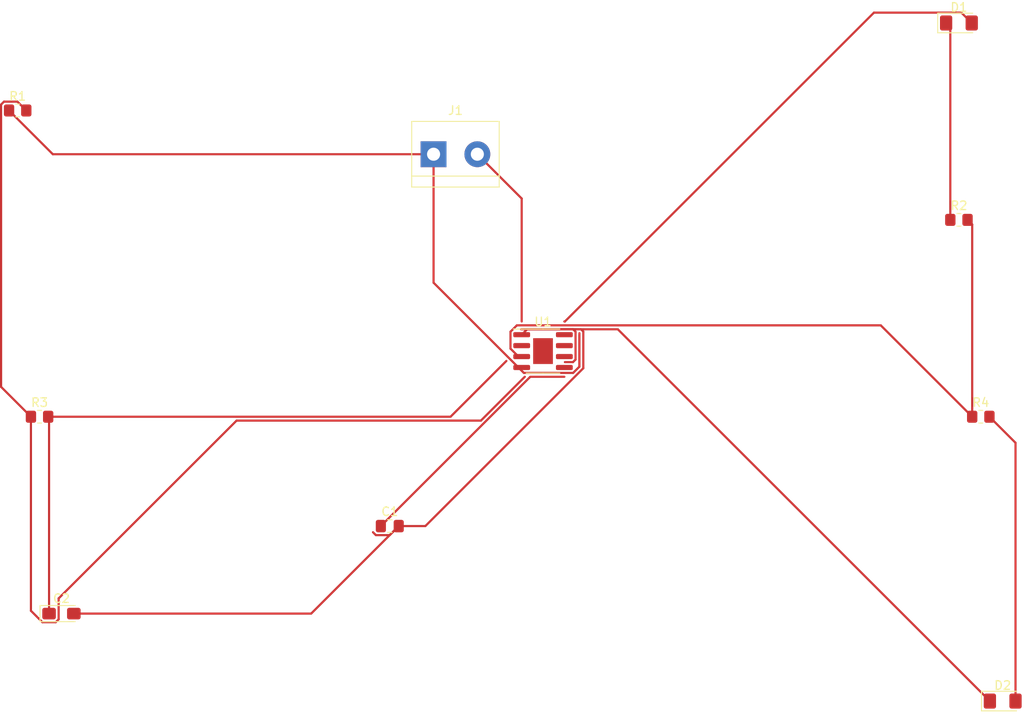
<source format=kicad_pcb>
(kicad_pcb (version 20211014) (generator pcbnew)
  (layers (0 "F.Cu" signal) (31 "B.Cu" signal) (34 "B.Paste" user) (35 "F.Paste" user) (36 "B.SilkS" user "B.Silkscreen") (37 "F.SilkS" user "F.Silkscreen") (38 "B.Mask" user) (39 "F.Mask" user) (44 "Edge.Cuts" user))
  (net 0 "")
  (net 1 "Net-(C1-Pad1)")
  (net 2 "GND")
  (net 3 "/pin_2")
  (net 4 "Net-(D1-Pad1)")
  (net 5 "+9V")
  (net 6 "Net-(D2-Pad2)")
  (net 7 "/pin_7")
  (net 8 "/pin_3")
  (footprint "LED_SMD:LED_1206_3216Metric_Pad1.42x1.75mm_HandSolder" (layer "F.Cu") (at 203.2 127)
    (fp_text reference "D2" (at 0 -1.82) (layer "F.SilkS"))
    (fp_text value "LED")
    (fp_line (start -2.46 -1.135) (end -2.46 1.135) (layer "F.SilkS") (width 0.12))
    (fp_line (start -2.46 1.135) (end 1.6 1.135) (layer "F.SilkS") (width 0.12))
    (fp_line (start 1.6 -1.135) (end -2.46 -1.135) (layer "F.SilkS") (width 0.12))
    (pad "1" smd roundrect (at -1.4875 0) (size 1.425 1.75) (layers "F.Cu" "F.Paste" "F.Mask") (roundrect_rratio 0.175439) (net 2 "GND"))
    (pad "2" smd roundrect (at 1.4875 0) (size 1.425 1.75) (layers "F.Cu" "F.Paste" "F.Mask") (roundrect_rratio 0.175439) (net 6 "Net-(D2-Pad2)"))
  )
  (footprint "Capacitor_SMD:C_0805_2012Metric_Pad1.18x1.45mm_HandSolder" (layer "F.Cu") (at 132.08 106.68)
    (fp_text reference "C1" (at 0 -1.68) (layer "F.SilkS"))
    (fp_text value "0.01 μF")
    (fp_line (start -0.261252 -0.735) (end 0.261252 -0.735) (layer "F.SilkS") (width 0.12))
    (fp_line (start -0.261252 0.735) (end 0.261252 0.735) (layer "F.SilkS") (width 0.12))
    (pad "1" smd roundrect (at -1.0375 0) (size 1.175 1.45) (layers "F.Cu" "F.Paste" "F.Mask") (roundrect_rratio 0.212766) (net 1 "Net-(C1-Pad1)"))
    (pad "2" smd roundrect (at 1.0375 0) (size 1.175 1.45) (layers "F.Cu" "F.Paste" "F.Mask") (roundrect_rratio 0.212766) (net 2 "GND"))
  )
  (footprint "Capacitor_Tantalum_SMD:CP_EIA-3216-18_Kemet-A_Pad1.58x1.35mm_HandSolder" (layer "F.Cu") (at 93.98 116.84)
    (fp_text reference "C2" (at 0 -1.75) (layer "F.SilkS"))
    (fp_text value "10 μF")
    (fp_line (start 1.6 -0.935) (end -2.485 -0.935) (layer "F.SilkS") (width 0.12))
    (fp_line (start -2.485 -0.935) (end -2.485 0.935) (layer "F.SilkS") (width 0.12))
    (fp_line (start -2.485 0.935) (end 1.6 0.935) (layer "F.SilkS") (width 0.12))
    (pad "1" smd roundrect (at -1.4375 0) (size 1.575 1.35) (layers "F.Cu" "F.Paste" "F.Mask") (roundrect_rratio 0.185185) (net 3 "/pin_2"))
    (pad "2" smd roundrect (at 1.4375 0) (size 1.575 1.35) (layers "F.Cu" "F.Paste" "F.Mask") (roundrect_rratio 0.185185) (net 2 "GND"))
  )
  (footprint "Resistor_SMD:R_0805_2012Metric_Pad1.20x1.40mm_HandSolder" (layer "F.Cu") (at 88.9 58.42)
    (fp_text reference "R1" (at 0 -1.65) (layer "F.SilkS"))
    (fp_text value "1k")
    (fp_line (start -0.227064 0.735) (end 0.227064 0.735) (layer "F.SilkS") (width 0.12))
    (fp_line (start -0.227064 -0.735) (end 0.227064 -0.735) (layer "F.SilkS") (width 0.12))
    (pad "1" smd roundrect (at -1 0) (size 1.2 1.4) (layers "F.Cu" "F.Paste" "F.Mask") (roundrect_rratio 0.208333) (net 5 "+9V"))
    (pad "2" smd roundrect (at 1 0) (size 1.2 1.4) (layers "F.Cu" "F.Paste" "F.Mask") (roundrect_rratio 0.208333) (net 7 "/pin_7"))
  )
  (footprint "Resistor_SMD:R_0805_2012Metric_Pad1.20x1.40mm_HandSolder" (layer "F.Cu") (at 198.12 71.12)
    (fp_text reference "R2" (at 0 -1.65) (layer "F.SilkS"))
    (fp_text value "1k")
    (fp_line (start -0.227064 0.735) (end 0.227064 0.735) (layer "F.SilkS") (width 0.12))
    (fp_line (start -0.227064 -0.735) (end 0.227064 -0.735) (layer "F.SilkS") (width 0.12))
    (pad "1" smd roundrect (at -1 0) (size 1.2 1.4) (layers "F.Cu" "F.Paste" "F.Mask") (roundrect_rratio 0.208333) (net 4 "Net-(D1-Pad1)"))
    (pad "2" smd roundrect (at 1 0) (size 1.2 1.4) (layers "F.Cu" "F.Paste" "F.Mask") (roundrect_rratio 0.208333) (net 8 "/pin_3"))
  )
  (footprint "TerminalBlock:TerminalBlock_bornier-2_P5.08mm" (layer "F.Cu") (at 137.16 63.5)
    (fp_text reference "J1" (at 2.54 -5.08) (layer "F.SilkS"))
    (fp_text value "J1")
    (fp_line (start 7.62 2.54) (end -2.54 2.54) (layer "F.SilkS") (width 0.12))
    (fp_line (start -2.54 -3.81) (end -2.54 3.81) (layer "F.SilkS") (width 0.12))
    (fp_line (start -2.54 3.81) (end 7.62 3.81) (layer "F.SilkS") (width 0.12))
    (fp_line (start 7.62 -3.81) (end -2.54 -3.81) (layer "F.SilkS") (width 0.12))
    (fp_line (start 7.62 3.81) (end 7.62 -3.81) (layer "F.SilkS") (width 0.12))
    (pad "1" thru_hole rect (at 0 0) (size 3 3) (drill 1.52) (layers *.Cu *.Mask) (net 5 "+9V"))
    (pad "2" thru_hole circle (at 5.08 0) (size 3 3) (drill 1.52) (layers *.Cu *.Mask) (net 2 "GND"))
  )
  (footprint "Resistor_SMD:R_0805_2012Metric_Pad1.20x1.40mm_HandSolder" (layer "F.Cu") (at 91.44 93.98)
    (fp_text reference "R3" (at 0 -1.65) (layer "F.SilkS"))
    (fp_text value "10k")
    (fp_line (start -0.227064 -0.735) (end 0.227064 -0.735) (layer "F.SilkS") (width 0.12))
    (fp_line (start -0.227064 0.735) (end 0.227064 0.735) (layer "F.SilkS") (width 0.12))
    (pad "1" smd roundrect (at -1 0) (size 1.2 1.4) (layers "F.Cu" "F.Paste" "F.Mask") (roundrect_rratio 0.208333) (net 7 "/pin_7"))
    (pad "2" smd roundrect (at 1 0) (size 1.2 1.4) (layers "F.Cu" "F.Paste" "F.Mask") (roundrect_rratio 0.208333) (net 3 "/pin_2"))
  )
  (footprint "Package_SO:SOIC-8-1EP_3.9x4.9mm_P1.27mm_EP2.29x3mm" (layer "F.Cu") (at 149.86 86.36)
    (fp_text reference "U1" (at 0 -3.4) (layer "F.SilkS"))
    (fp_text value "NE555D")
    (fp_line (start 0 -2.56) (end -3.45 -2.56) (layer "F.SilkS") (width 0.12))
    (fp_line (start 0 -2.56) (end 1.95 -2.56) (layer "F.SilkS") (width 0.12))
    (fp_line (start 0 2.56) (end -1.95 2.56) (layer "F.SilkS") (width 0.12))
    (fp_line (start 0 2.56) (end 1.95 2.56) (layer "F.SilkS") (width 0.12))
    (pad "1" smd roundrect (at -2.475 -1.905) (size 1.95 0.6) (layers "F.Cu" "F.Paste" "F.Mask") (net 2 "GND"))
    (pad "2" smd roundrect (at -2.475 -0.635) (size 1.95 0.6) (layers "F.Cu" "F.Paste" "F.Mask") (net 3 "/pin_2"))
    (pad "3" smd roundrect (at -2.475 0.635) (size 1.95 0.6) (layers "F.Cu" "F.Paste" "F.Mask") (net 8 "/pin_3"))
    (pad "4" smd roundrect (at -2.475 1.905) (size 1.95 0.6) (layers "F.Cu" "F.Paste" "F.Mask") (net 5 "+9V"))
    (pad "5" smd roundrect (at 2.475 1.905) (size 1.95 0.6) (layers "F.Cu" "F.Paste" "F.Mask") (net 1 "Net-(C1-Pad1)"))
    (pad "6" smd roundrect (at 2.475 0.635) (size 1.95 0.6) (layers "F.Cu" "F.Paste" "F.Mask") (net 3 "/pin_2"))
    (pad "7" smd roundrect (at 2.475 -0.635) (size 1.95 0.6) (layers "F.Cu" "F.Paste" "F.Mask") (net 7 "/pin_7"))
    (pad "8" smd roundrect (at 2.475 -1.905) (size 1.95 0.6) (layers "F.Cu" "F.Paste" "F.Mask") (net 5 "+9V"))
    (pad "9" smd rect (at 0 0) (size 2.29 3) (layers "F.Cu" "F.Mask"))
  )
  (footprint "Resistor_SMD:R_0805_2012Metric_Pad1.20x1.40mm_HandSolder" (layer "F.Cu") (at 200.66 93.98)
    (fp_text reference "R4" (at 0 -1.65) (layer "F.SilkS"))
    (fp_text value "1k")
    (fp_line (start -0.227064 0.735) (end 0.227064 0.735) (layer "F.SilkS") (width 0.12))
    (fp_line (start -0.227064 -0.735) (end 0.227064 -0.735) (layer "F.SilkS") (width 0.12))
    (pad "1" smd roundrect (at -1 0) (size 1.2 1.4) (layers "F.Cu" "F.Paste" "F.Mask") (roundrect_rratio 0.208333) (net 8 "/pin_3"))
    (pad "2" smd roundrect (at 1 0) (size 1.2 1.4) (layers "F.Cu" "F.Paste" "F.Mask") (roundrect_rratio 0.208333) (net 6 "Net-(D2-Pad2)"))
  )
  (footprint "LED_SMD:LED_1206_3216Metric_Pad1.42x1.75mm_HandSolder" (layer "F.Cu") (at 198.12 48.26)
    (fp_text reference "D1" (at 0 -1.82) (layer "F.SilkS"))
    (fp_text value "LED")
    (fp_line (start 1.6 -1.135) (end -2.46 -1.135) (layer "F.SilkS") (width 0.12))
    (fp_line (start -2.46 -1.135) (end -2.46 1.135) (layer "F.SilkS") (width 0.12))
    (fp_line (start -2.46 1.135) (end 1.6 1.135) (layer "F.SilkS") (width 0.12))
    (pad "1" smd roundrect (at -1.4875 0) (size 1.425 1.75) (layers "F.Cu" "F.Paste" "F.Mask") (roundrect_rratio 0.175439) (net 4 "Net-(D1-Pad1)"))
    (pad "2" smd roundrect (at 1.4875 0) (size 1.425 1.75) (layers "F.Cu" "F.Paste" "F.Mask") (roundrect_rratio 0.175439) (net 5 "+9V"))
  )
  (segment (start 131.0425 106.68) (end 148.3825 89.34) (width 0.25) (layer "F.Cu") (net 1))
  (segment (start 148.3825 89.34) (end 152.335 89.34) (width 0.25) (layer "F.Cu") (net 1))
  (segment (start 147.32 83.82) (end 153.346751 83.82) (width 0.25) (layer "F.Cu") (net 2))
  (segment (start 153.336751 87.64) (end 152.4 87.64) (width 0.25) (layer "F.Cu") (net 2))
  (segment (start 130.466827 107.73) (end 130.13 107.393173) (width 0.25) (layer "F.Cu") (net 2))
  (segment (start 95.4175 116.84) (end 122.9575 116.84) (width 0.25) (layer "F.Cu") (net 2))
  (segment (start 147.385 68.645) (end 147.385 82.92) (width 0.25) (layer "F.Cu") (net 2))
  (segment (start 154.261396 83.82) (end 147.32 83.82) (width 0.25) (layer "F.Cu") (net 2))
  (segment (start 133.1175 106.68) (end 136.203147 106.68) (width 0.25) (layer "F.Cu") (net 2))
  (segment (start 153.635 87.341751) (end 153.336751 87.64) (width 0.25) (layer "F.Cu") (net 2))
  (segment (start 154.535 88.348147) (end 154.535 84.093604) (width 0.25) (layer "F.Cu") (net 2))
  (segment (start 153.346751 83.82) (end 153.635 84.108249) (width 0.25) (layer "F.Cu") (net 2))
  (segment (start 133.1175 106.68) (end 132.0675 107.73) (width 0.25) (layer "F.Cu") (net 2))
  (segment (start 136.203147 106.68) (end 154.535 88.348147) (width 0.25) (layer "F.Cu") (net 2))
  (segment (start 122.9575 116.84) (end 133.1175 106.68) (width 0.25) (layer "F.Cu") (net 2))
  (segment (start 132.0675 107.73) (end 130.466827 107.73) (width 0.25) (layer "F.Cu") (net 2))
  (segment (start 153.635 84.108249) (end 153.635 87.341751) (width 0.25) (layer "F.Cu") (net 2))
  (segment (start 154.535 84.093604) (end 154.261396 83.82) (width 0.25) (layer "F.Cu") (net 2))
  (segment (start 158.5425 83.83) (end 148.01 83.83) (width 0.25) (layer "F.Cu") (net 2))
  (segment (start 148.01 83.83) (end 147.385 84.455) (width 0.25) (layer "F.Cu") (net 2))
  (segment (start 201.7125 127) (end 158.5425 83.83) (width 0.25) (layer "F.Cu") (net 2))
  (segment (start 142.24 63.5) (end 147.385 68.645) (width 0.25) (layer "F.Cu") (net 2))
  (segment (start 92.5425 94.0825) (end 92.5425 116.84) (width 0.25) (layer "F.Cu") (net 3))
  (segment (start 92.44 93.98) (end 92.5425 94.0825) (width 0.25) (layer "F.Cu") (net 3))
  (segment (start 92.44 93.98) (end 139.13 93.98) (width 0.25) (layer "F.Cu") (net 3))
  (segment (start 139.13 93.98) (end 145.608427 87.501573) (width 0.25) (layer "F.Cu") (net 3))
  (segment (start 196.6325 48.26) (end 197.12 48.7475) (width 0.25) (layer "F.Cu") (net 4))
  (segment (start 197.12 48.7475) (end 197.12 71.12) (width 0.25) (layer "F.Cu") (net 4))
  (segment (start 137.16 78.416751) (end 147.633249 88.89) (width 0.25) (layer "F.Cu") (net 5))
  (segment (start 147.633249 88.89) (end 153.356751 88.89) (width 0.25) (layer "F.Cu") (net 5))
  (segment (start 153.356751 88.89) (end 154.085 88.161751) (width 0.25) (layer "F.Cu") (net 5))
  (segment (start 188.26 47.06) (end 152.4 82.92) (width 0.25) (layer "F.Cu") (net 5))
  (segment (start 152.4 82.92) (end 152.335 82.92) (width 0.25) (layer "F.Cu") (net 5))
  (segment (start 154.085 88.161751) (end 154.085 84.28) (width 0.25) (layer "F.Cu") (net 5))
  (segment (start 137.16 63.5) (end 137.16 78.416751) (width 0.25) (layer "F.Cu") (net 5))
  (segment (start 198.4075 47.06) (end 188.26 47.06) (width 0.25) (layer "F.Cu") (net 5))
  (segment (start 199.6075 48.26) (end 198.4075 47.06) (width 0.25) (layer "F.Cu") (net 5))
  (segment (start 137.16 63.5) (end 92.98 63.5) (width 0.25) (layer "F.Cu") (net 5))
  (segment (start 154.085 88.161751) (end 154.085 84.455) (width 0.25) (layer "F.Cu") (net 5))
  (segment (start 92.98 63.5) (end 87.9 58.42) (width 0.25) (layer "F.Cu") (net 5))
  (segment (start 201.66 93.98) (end 204.6875 97.0075) (width 0.25) (layer "F.Cu") (net 6))
  (segment (start 204.6875 97.0075) (end 204.6875 127) (width 0.25) (layer "F.Cu") (net 6))
  (segment (start 93.655 117.503173) (end 93.655 115.075) (width 0.25) (layer "F.Cu") (net 7))
  (segment (start 86.975 90.515) (end 90.44 93.98) (width 0.25) (layer "F.Cu") (net 7))
  (segment (start 93.318173 117.84) (end 93.655 117.503173) (width 0.25) (layer "F.Cu") (net 7))
  (segment (start 90.44 93.98) (end 90.44 116.513173) (width 0.25) (layer "F.Cu") (net 7))
  (segment (start 90.44 116.513173) (end 91.766827 117.84) (width 0.25) (layer "F.Cu") (net 7))
  (segment (start 93.655 115.075) (end 114.3 94.43) (width 0.25) (layer "F.Cu") (net 7))
  (segment (start 114.3 94.43) (end 142.656104 94.43) (width 0.25) (layer "F.Cu") (net 7))
  (segment (start 86.975 57.731827) (end 86.975 90.515) (width 0.25) (layer "F.Cu") (net 7))
  (segment (start 142.656104 94.43) (end 147.746104 89.34) (width 0.25) (layer "F.Cu") (net 7))
  (segment (start 91.766827 117.84) (end 93.318173 117.84) (width 0.25) (layer "F.Cu") (net 7))
  (segment (start 87.311827 57.395) (end 86.975 57.731827) (width 0.25) (layer "F.Cu") (net 7))
  (segment (start 88.875 57.395) (end 87.311827 57.395) (width 0.25) (layer "F.Cu") (net 7))
  (segment (start 89.9 58.42) (end 88.875 57.395) (width 0.25) (layer "F.Cu") (net 7))
  (segment (start 199.12 71.12) (end 199.66 71.66) (width 0.25) (layer "F.Cu") (net 8))
  (segment (start 189.05 83.37) (end 146.823249 83.37) (width 0.25) (layer "F.Cu") (net 8))
  (segment (start 199.66 93.98) (end 189.05 83.37) (width 0.25) (layer "F.Cu") (net 8))
  (segment (start 147.008249 86.995) (end 147.385 86.995) (width 0.25) (layer "F.Cu") (net 8))
  (segment (start 146.823249 83.37) (end 146.085 84.108249) (width 0.25) (layer "F.Cu") (net 8))
  (segment (start 199.66 71.66) (end 199.66 93.98) (width 0.25) (layer "F.Cu") (net 8))
  (segment (start 146.085 84.108249) (end 146.085 86.071751) (width 0.25) (layer "F.Cu") (net 8))
  (segment (start 146.085 86.071751) (end 147.008249 86.995) (width 0.25) (layer "F.Cu") (net 8))
)
</source>
